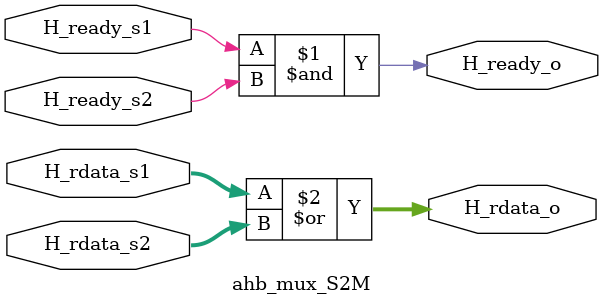
<source format=v>

`timescale 1ns/10ps

module ahb_mux_S2M(
       //
       input         H_ready_s1,
       input  [31:0] H_rdata_s1,
       //
       input         H_ready_s2,
       input  [31:0] H_rdata_s2,
       //
       output        H_ready_o,
       output [31:0] H_rdata_o
);

assign H_ready_o = H_ready_s1 & H_ready_s2;

assign H_rdata_o = H_rdata_s1 | H_rdata_s2;


endmodule
</source>
